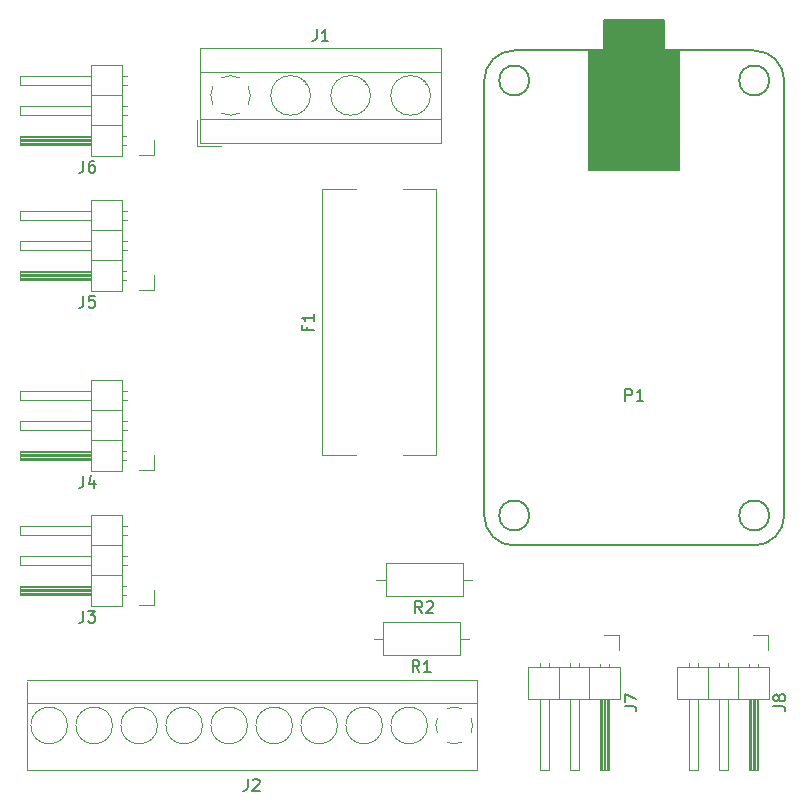
<source format=gbr>
G04 #@! TF.GenerationSoftware,KiCad,Pcbnew,(5.0.1)-4*
G04 #@! TF.CreationDate,2021-02-12T09:32:39+01:00*
G04 #@! TF.ProjectId,R_partiteur,52E97061727469746575722E6B696361,rev?*
G04 #@! TF.SameCoordinates,PX8e18f40PY848f8c0*
G04 #@! TF.FileFunction,Legend,Top*
G04 #@! TF.FilePolarity,Positive*
%FSLAX46Y46*%
G04 Gerber Fmt 4.6, Leading zero omitted, Abs format (unit mm)*
G04 Created by KiCad (PCBNEW (5.0.1)-4) date 12/02/2021 09:32:39*
%MOMM*%
%LPD*%
G01*
G04 APERTURE LIST*
%ADD10C,0.120000*%
%ADD11C,0.150000*%
G04 APERTURE END LIST*
D10*
G04 #@! TO.C,J8*
X64270000Y13270000D02*
X64270000Y12000000D01*
X63000000Y13270000D02*
X64270000Y13270000D01*
X57540000Y10957071D02*
X57540000Y10560000D01*
X58300000Y10957071D02*
X58300000Y10560000D01*
X57540000Y1900000D02*
X57540000Y7900000D01*
X58300000Y1900000D02*
X57540000Y1900000D01*
X58300000Y7900000D02*
X58300000Y1900000D01*
X59190000Y10560000D02*
X59190000Y7900000D01*
X60080000Y10957071D02*
X60080000Y10560000D01*
X60840000Y10957071D02*
X60840000Y10560000D01*
X60080000Y1900000D02*
X60080000Y7900000D01*
X60840000Y1900000D02*
X60080000Y1900000D01*
X60840000Y7900000D02*
X60840000Y1900000D01*
X61730000Y10560000D02*
X61730000Y7900000D01*
X62620000Y10890000D02*
X62620000Y10560000D01*
X63380000Y10890000D02*
X63380000Y10560000D01*
X62720000Y7900000D02*
X62720000Y1900000D01*
X62840000Y7900000D02*
X62840000Y1900000D01*
X62960000Y7900000D02*
X62960000Y1900000D01*
X63080000Y7900000D02*
X63080000Y1900000D01*
X63200000Y7900000D02*
X63200000Y1900000D01*
X63320000Y7900000D02*
X63320000Y1900000D01*
X62620000Y1900000D02*
X62620000Y7900000D01*
X63380000Y1900000D02*
X62620000Y1900000D01*
X63380000Y7900000D02*
X63380000Y1900000D01*
X64330000Y7900000D02*
X64330000Y10560000D01*
X56590000Y7900000D02*
X64330000Y7900000D01*
X56590000Y10560000D02*
X56590000Y7900000D01*
X64330000Y10560000D02*
X56590000Y10560000D01*
G04 #@! TO.C,J1*
X19548712Y57506648D02*
G75*
G02X18760000Y57310000I-788712J1483352D01*
G01*
X20243953Y59779088D02*
G75*
G02X20244000Y58201000I-1483953J-789088D01*
G01*
X17970912Y60473953D02*
G75*
G02X19549000Y60474000I789088J-1483953D01*
G01*
X17276047Y58200912D02*
G75*
G02X17276000Y59779000I1483953J789088D01*
G01*
X18789383Y57309550D02*
G75*
G02X17971000Y57506000I-29383J1680450D01*
G01*
X25520000Y58990000D02*
G75*
G03X25520000Y58990000I-1680000J0D01*
G01*
X30600000Y58990000D02*
G75*
G03X30600000Y58990000I-1680000J0D01*
G01*
X35680000Y58990000D02*
G75*
G03X35680000Y58990000I-1680000J0D01*
G01*
X16160000Y56990000D02*
X36600000Y56990000D01*
X16160000Y60990000D02*
X36600000Y60990000D01*
X16160000Y63050000D02*
X36600000Y63050000D01*
X16160000Y54930000D02*
X36600000Y54930000D01*
X16160000Y63050000D02*
X16160000Y54930000D01*
X36600000Y63050000D02*
X36600000Y54930000D01*
X25115000Y60059000D02*
X25021000Y59966000D01*
X22830000Y57774000D02*
X22771000Y57716000D01*
X24910000Y60265000D02*
X24851000Y60206000D01*
X22660000Y58014000D02*
X22566000Y57921000D01*
X30195000Y60059000D02*
X30101000Y59966000D01*
X27910000Y57774000D02*
X27851000Y57716000D01*
X29990000Y60265000D02*
X29931000Y60206000D01*
X27740000Y58014000D02*
X27646000Y57921000D01*
X35275000Y60059000D02*
X35181000Y59966000D01*
X32990000Y57774000D02*
X32931000Y57716000D01*
X35070000Y60265000D02*
X35011000Y60206000D01*
X32820000Y58014000D02*
X32726000Y57921000D01*
X15920000Y56930000D02*
X15920000Y54690000D01*
X15920000Y54690000D02*
X17920000Y54690000D01*
G04 #@! TO.C,J2*
X37082413Y7081385D02*
G75*
G02X37690000Y7205000I607587J-1431385D01*
G01*
X36257891Y5042258D02*
G75*
G02X36258000Y6258000I1432109J607742D01*
G01*
X38297742Y4217891D02*
G75*
G02X37082000Y4218000I-607742J1432109D01*
G01*
X39122109Y6257742D02*
G75*
G02X39122000Y5042000I-1432109J-607742D01*
G01*
X37662989Y7205492D02*
G75*
G02X38298000Y7082000I27011J-1555492D01*
G01*
X35435000Y5650000D02*
G75*
G03X35435000Y5650000I-1555000J0D01*
G01*
X31625000Y5650000D02*
G75*
G03X31625000Y5650000I-1555000J0D01*
G01*
X27815000Y5650000D02*
G75*
G03X27815000Y5650000I-1555000J0D01*
G01*
X24005000Y5650000D02*
G75*
G03X24005000Y5650000I-1555000J0D01*
G01*
X20195000Y5650000D02*
G75*
G03X20195000Y5650000I-1555000J0D01*
G01*
X16385000Y5650000D02*
G75*
G03X16385000Y5650000I-1555000J0D01*
G01*
X12575000Y5650000D02*
G75*
G03X12575000Y5650000I-1555000J0D01*
G01*
X8765000Y5650000D02*
G75*
G03X8765000Y5650000I-1555000J0D01*
G01*
X4955000Y5650000D02*
G75*
G03X4955000Y5650000I-1555000J0D01*
G01*
X39595000Y7555000D02*
X1495000Y7555000D01*
X39595000Y1840000D02*
X1495000Y1840000D01*
X39595000Y9460000D02*
X1495000Y9460000D01*
X39595000Y1840000D02*
X39595000Y9460000D01*
X1495000Y1840000D02*
X1495000Y9310000D01*
G04 #@! TO.C,J3*
X9580000Y15750000D02*
X9580000Y23490000D01*
X9580000Y23490000D02*
X6920000Y23490000D01*
X6920000Y23490000D02*
X6920000Y15750000D01*
X6920000Y15750000D02*
X9580000Y15750000D01*
X6920000Y16700000D02*
X920000Y16700000D01*
X920000Y16700000D02*
X920000Y17460000D01*
X920000Y17460000D02*
X6920000Y17460000D01*
X6920000Y16760000D02*
X920000Y16760000D01*
X6920000Y16880000D02*
X920000Y16880000D01*
X6920000Y17000000D02*
X920000Y17000000D01*
X6920000Y17120000D02*
X920000Y17120000D01*
X6920000Y17240000D02*
X920000Y17240000D01*
X6920000Y17360000D02*
X920000Y17360000D01*
X9910000Y16700000D02*
X9580000Y16700000D01*
X9910000Y17460000D02*
X9580000Y17460000D01*
X9580000Y18350000D02*
X6920000Y18350000D01*
X6920000Y19240000D02*
X920000Y19240000D01*
X920000Y19240000D02*
X920000Y20000000D01*
X920000Y20000000D02*
X6920000Y20000000D01*
X9977071Y19240000D02*
X9580000Y19240000D01*
X9977071Y20000000D02*
X9580000Y20000000D01*
X9580000Y20890000D02*
X6920000Y20890000D01*
X6920000Y21780000D02*
X920000Y21780000D01*
X920000Y21780000D02*
X920000Y22540000D01*
X920000Y22540000D02*
X6920000Y22540000D01*
X9977071Y21780000D02*
X9580000Y21780000D01*
X9977071Y22540000D02*
X9580000Y22540000D01*
X12290000Y17080000D02*
X12290000Y15810000D01*
X12290000Y15810000D02*
X11020000Y15810000D01*
G04 #@! TO.C,J4*
X12290000Y27240000D02*
X11020000Y27240000D01*
X12290000Y28510000D02*
X12290000Y27240000D01*
X9977071Y33970000D02*
X9580000Y33970000D01*
X9977071Y33210000D02*
X9580000Y33210000D01*
X920000Y33970000D02*
X6920000Y33970000D01*
X920000Y33210000D02*
X920000Y33970000D01*
X6920000Y33210000D02*
X920000Y33210000D01*
X9580000Y32320000D02*
X6920000Y32320000D01*
X9977071Y31430000D02*
X9580000Y31430000D01*
X9977071Y30670000D02*
X9580000Y30670000D01*
X920000Y31430000D02*
X6920000Y31430000D01*
X920000Y30670000D02*
X920000Y31430000D01*
X6920000Y30670000D02*
X920000Y30670000D01*
X9580000Y29780000D02*
X6920000Y29780000D01*
X9910000Y28890000D02*
X9580000Y28890000D01*
X9910000Y28130000D02*
X9580000Y28130000D01*
X6920000Y28790000D02*
X920000Y28790000D01*
X6920000Y28670000D02*
X920000Y28670000D01*
X6920000Y28550000D02*
X920000Y28550000D01*
X6920000Y28430000D02*
X920000Y28430000D01*
X6920000Y28310000D02*
X920000Y28310000D01*
X6920000Y28190000D02*
X920000Y28190000D01*
X920000Y28890000D02*
X6920000Y28890000D01*
X920000Y28130000D02*
X920000Y28890000D01*
X6920000Y28130000D02*
X920000Y28130000D01*
X6920000Y27180000D02*
X9580000Y27180000D01*
X6920000Y34920000D02*
X6920000Y27180000D01*
X9580000Y34920000D02*
X6920000Y34920000D01*
X9580000Y27180000D02*
X9580000Y34920000D01*
G04 #@! TO.C,J5*
X9580000Y42420000D02*
X9580000Y50160000D01*
X9580000Y50160000D02*
X6920000Y50160000D01*
X6920000Y50160000D02*
X6920000Y42420000D01*
X6920000Y42420000D02*
X9580000Y42420000D01*
X6920000Y43370000D02*
X920000Y43370000D01*
X920000Y43370000D02*
X920000Y44130000D01*
X920000Y44130000D02*
X6920000Y44130000D01*
X6920000Y43430000D02*
X920000Y43430000D01*
X6920000Y43550000D02*
X920000Y43550000D01*
X6920000Y43670000D02*
X920000Y43670000D01*
X6920000Y43790000D02*
X920000Y43790000D01*
X6920000Y43910000D02*
X920000Y43910000D01*
X6920000Y44030000D02*
X920000Y44030000D01*
X9910000Y43370000D02*
X9580000Y43370000D01*
X9910000Y44130000D02*
X9580000Y44130000D01*
X9580000Y45020000D02*
X6920000Y45020000D01*
X6920000Y45910000D02*
X920000Y45910000D01*
X920000Y45910000D02*
X920000Y46670000D01*
X920000Y46670000D02*
X6920000Y46670000D01*
X9977071Y45910000D02*
X9580000Y45910000D01*
X9977071Y46670000D02*
X9580000Y46670000D01*
X9580000Y47560000D02*
X6920000Y47560000D01*
X6920000Y48450000D02*
X920000Y48450000D01*
X920000Y48450000D02*
X920000Y49210000D01*
X920000Y49210000D02*
X6920000Y49210000D01*
X9977071Y48450000D02*
X9580000Y48450000D01*
X9977071Y49210000D02*
X9580000Y49210000D01*
X12290000Y43750000D02*
X12290000Y42480000D01*
X12290000Y42480000D02*
X11020000Y42480000D01*
G04 #@! TO.C,J6*
X12290000Y53910000D02*
X11020000Y53910000D01*
X12290000Y55180000D02*
X12290000Y53910000D01*
X9977071Y60640000D02*
X9580000Y60640000D01*
X9977071Y59880000D02*
X9580000Y59880000D01*
X920000Y60640000D02*
X6920000Y60640000D01*
X920000Y59880000D02*
X920000Y60640000D01*
X6920000Y59880000D02*
X920000Y59880000D01*
X9580000Y58990000D02*
X6920000Y58990000D01*
X9977071Y58100000D02*
X9580000Y58100000D01*
X9977071Y57340000D02*
X9580000Y57340000D01*
X920000Y58100000D02*
X6920000Y58100000D01*
X920000Y57340000D02*
X920000Y58100000D01*
X6920000Y57340000D02*
X920000Y57340000D01*
X9580000Y56450000D02*
X6920000Y56450000D01*
X9910000Y55560000D02*
X9580000Y55560000D01*
X9910000Y54800000D02*
X9580000Y54800000D01*
X6920000Y55460000D02*
X920000Y55460000D01*
X6920000Y55340000D02*
X920000Y55340000D01*
X6920000Y55220000D02*
X920000Y55220000D01*
X6920000Y55100000D02*
X920000Y55100000D01*
X6920000Y54980000D02*
X920000Y54980000D01*
X6920000Y54860000D02*
X920000Y54860000D01*
X920000Y55560000D02*
X6920000Y55560000D01*
X920000Y54800000D02*
X920000Y55560000D01*
X6920000Y54800000D02*
X920000Y54800000D01*
X6920000Y53850000D02*
X9580000Y53850000D01*
X6920000Y61590000D02*
X6920000Y53850000D01*
X9580000Y61590000D02*
X6920000Y61590000D01*
X9580000Y53850000D02*
X9580000Y61590000D01*
G04 #@! TO.C,J7*
X51720000Y10560000D02*
X43980000Y10560000D01*
X43980000Y10560000D02*
X43980000Y7900000D01*
X43980000Y7900000D02*
X51720000Y7900000D01*
X51720000Y7900000D02*
X51720000Y10560000D01*
X50770000Y7900000D02*
X50770000Y1900000D01*
X50770000Y1900000D02*
X50010000Y1900000D01*
X50010000Y1900000D02*
X50010000Y7900000D01*
X50710000Y7900000D02*
X50710000Y1900000D01*
X50590000Y7900000D02*
X50590000Y1900000D01*
X50470000Y7900000D02*
X50470000Y1900000D01*
X50350000Y7900000D02*
X50350000Y1900000D01*
X50230000Y7900000D02*
X50230000Y1900000D01*
X50110000Y7900000D02*
X50110000Y1900000D01*
X50770000Y10890000D02*
X50770000Y10560000D01*
X50010000Y10890000D02*
X50010000Y10560000D01*
X49120000Y10560000D02*
X49120000Y7900000D01*
X48230000Y7900000D02*
X48230000Y1900000D01*
X48230000Y1900000D02*
X47470000Y1900000D01*
X47470000Y1900000D02*
X47470000Y7900000D01*
X48230000Y10957071D02*
X48230000Y10560000D01*
X47470000Y10957071D02*
X47470000Y10560000D01*
X46580000Y10560000D02*
X46580000Y7900000D01*
X45690000Y7900000D02*
X45690000Y1900000D01*
X45690000Y1900000D02*
X44930000Y1900000D01*
X44930000Y1900000D02*
X44930000Y7900000D01*
X45690000Y10957071D02*
X45690000Y10560000D01*
X44930000Y10957071D02*
X44930000Y10560000D01*
X50390000Y13270000D02*
X51660000Y13270000D01*
X51660000Y13270000D02*
X51660000Y12000000D01*
D11*
G04 #@! TO.C,P1*
G36*
X50390000Y62800000D02*
X50390000Y65340000D01*
X55470000Y65340000D01*
X55470000Y62800000D01*
X50390000Y62800000D01*
G37*
X50390000Y62800000D02*
X50390000Y65340000D01*
X55470000Y65340000D01*
X55470000Y62800000D01*
X50390000Y62800000D01*
G36*
X49120000Y62800000D02*
X56740000Y62800000D01*
X56740000Y52640000D01*
X49120000Y52640000D01*
X49120000Y62800000D01*
G37*
X49120000Y62800000D02*
X56740000Y62800000D01*
X56740000Y52640000D01*
X49120000Y52640000D01*
X49120000Y62800000D01*
X64360000Y23430000D02*
G75*
G03X64360000Y23430000I-1270000J0D01*
G01*
X44040000Y23430000D02*
G75*
G03X44040000Y23430000I-1270000J0D01*
G01*
X64360000Y60260000D02*
G75*
G03X64360000Y60260000I-1270000J0D01*
G01*
X44040000Y60260000D02*
G75*
G03X44040000Y60260000I-1270000J0D01*
G01*
X63090000Y62800000D02*
X42770000Y62800000D01*
X63090000Y62800000D02*
G75*
G02X65630000Y60260000I0J-2540000D01*
G01*
X40230000Y60260000D02*
G75*
G02X42770000Y62800000I2540000J0D01*
G01*
X65630000Y60260000D02*
X65630000Y23430000D01*
X40230000Y23430000D02*
X40230000Y60260000D01*
X65630000Y23430000D02*
G75*
G02X63090000Y20890000I-2540000J0D01*
G01*
X42770000Y20890000D02*
G75*
G02X40230000Y23430000I0J2540000D01*
G01*
X63090000Y20890000D02*
X42770000Y20890000D01*
D10*
G04 #@! TO.C,F1*
X36140000Y51110000D02*
X33340000Y51110000D01*
X29340000Y51110000D02*
X26540000Y51110000D01*
X29340000Y28510000D02*
X26540000Y28510000D01*
X26540000Y28510000D02*
X26540000Y51110000D01*
X36140000Y28510000D02*
X36140000Y51110000D01*
X36140000Y28510000D02*
X33340000Y28510000D01*
G04 #@! TO.C,R1*
X38190000Y11630000D02*
X38190000Y14370000D01*
X38190000Y14370000D02*
X31650000Y14370000D01*
X31650000Y14370000D02*
X31650000Y11630000D01*
X31650000Y11630000D02*
X38190000Y11630000D01*
X38960000Y13000000D02*
X38190000Y13000000D01*
X30880000Y13000000D02*
X31650000Y13000000D01*
G04 #@! TO.C,R2*
X31110000Y18000000D02*
X31880000Y18000000D01*
X39190000Y18000000D02*
X38420000Y18000000D01*
X31880000Y16630000D02*
X38420000Y16630000D01*
X31880000Y19370000D02*
X31880000Y16630000D01*
X38420000Y19370000D02*
X31880000Y19370000D01*
X38420000Y16630000D02*
X38420000Y19370000D01*
G04 #@! TO.C,J8*
D11*
X64722380Y7281667D02*
X65436666Y7281667D01*
X65579523Y7234048D01*
X65674761Y7138810D01*
X65722380Y6995953D01*
X65722380Y6900715D01*
X65150952Y7900715D02*
X65103333Y7805477D01*
X65055714Y7757858D01*
X64960476Y7710239D01*
X64912857Y7710239D01*
X64817619Y7757858D01*
X64770000Y7805477D01*
X64722380Y7900715D01*
X64722380Y8091191D01*
X64770000Y8186429D01*
X64817619Y8234048D01*
X64912857Y8281667D01*
X64960476Y8281667D01*
X65055714Y8234048D01*
X65103333Y8186429D01*
X65150952Y8091191D01*
X65150952Y7900715D01*
X65198571Y7805477D01*
X65246190Y7757858D01*
X65341428Y7710239D01*
X65531904Y7710239D01*
X65627142Y7757858D01*
X65674761Y7805477D01*
X65722380Y7900715D01*
X65722380Y8091191D01*
X65674761Y8186429D01*
X65627142Y8234048D01*
X65531904Y8281667D01*
X65341428Y8281667D01*
X65246190Y8234048D01*
X65198571Y8186429D01*
X65150952Y8091191D01*
G04 #@! TO.C,J1*
X26046666Y64597620D02*
X26046666Y63883334D01*
X25999047Y63740477D01*
X25903809Y63645239D01*
X25760952Y63597620D01*
X25665714Y63597620D01*
X27046666Y63597620D02*
X26475238Y63597620D01*
X26760952Y63597620D02*
X26760952Y64597620D01*
X26665714Y64454762D01*
X26570476Y64359524D01*
X26475238Y64311905D01*
G04 #@! TO.C,J2*
X20211666Y1117620D02*
X20211666Y403334D01*
X20164047Y260477D01*
X20068809Y165239D01*
X19925952Y117620D01*
X19830714Y117620D01*
X20640238Y1022381D02*
X20687857Y1070000D01*
X20783095Y1117620D01*
X21021190Y1117620D01*
X21116428Y1070000D01*
X21164047Y1022381D01*
X21211666Y927143D01*
X21211666Y831905D01*
X21164047Y689048D01*
X20592619Y117620D01*
X21211666Y117620D01*
G04 #@! TO.C,J3*
X6301666Y15357620D02*
X6301666Y14643334D01*
X6254047Y14500477D01*
X6158809Y14405239D01*
X6015952Y14357620D01*
X5920714Y14357620D01*
X6682619Y15357620D02*
X7301666Y15357620D01*
X6968333Y14976667D01*
X7111190Y14976667D01*
X7206428Y14929048D01*
X7254047Y14881429D01*
X7301666Y14786191D01*
X7301666Y14548096D01*
X7254047Y14452858D01*
X7206428Y14405239D01*
X7111190Y14357620D01*
X6825476Y14357620D01*
X6730238Y14405239D01*
X6682619Y14452858D01*
G04 #@! TO.C,J4*
X6301666Y26787620D02*
X6301666Y26073334D01*
X6254047Y25930477D01*
X6158809Y25835239D01*
X6015952Y25787620D01*
X5920714Y25787620D01*
X7206428Y26454286D02*
X7206428Y25787620D01*
X6968333Y26835239D02*
X6730238Y26120953D01*
X7349285Y26120953D01*
G04 #@! TO.C,J5*
X6301666Y42027620D02*
X6301666Y41313334D01*
X6254047Y41170477D01*
X6158809Y41075239D01*
X6015952Y41027620D01*
X5920714Y41027620D01*
X7254047Y42027620D02*
X6777857Y42027620D01*
X6730238Y41551429D01*
X6777857Y41599048D01*
X6873095Y41646667D01*
X7111190Y41646667D01*
X7206428Y41599048D01*
X7254047Y41551429D01*
X7301666Y41456191D01*
X7301666Y41218096D01*
X7254047Y41122858D01*
X7206428Y41075239D01*
X7111190Y41027620D01*
X6873095Y41027620D01*
X6777857Y41075239D01*
X6730238Y41122858D01*
G04 #@! TO.C,J6*
X6301666Y53457620D02*
X6301666Y52743334D01*
X6254047Y52600477D01*
X6158809Y52505239D01*
X6015952Y52457620D01*
X5920714Y52457620D01*
X7206428Y53457620D02*
X7015952Y53457620D01*
X6920714Y53410000D01*
X6873095Y53362381D01*
X6777857Y53219524D01*
X6730238Y53029048D01*
X6730238Y52648096D01*
X6777857Y52552858D01*
X6825476Y52505239D01*
X6920714Y52457620D01*
X7111190Y52457620D01*
X7206428Y52505239D01*
X7254047Y52552858D01*
X7301666Y52648096D01*
X7301666Y52886191D01*
X7254047Y52981429D01*
X7206428Y53029048D01*
X7111190Y53076667D01*
X6920714Y53076667D01*
X6825476Y53029048D01*
X6777857Y52981429D01*
X6730238Y52886191D01*
G04 #@! TO.C,J7*
X52112380Y7281667D02*
X52826666Y7281667D01*
X52969523Y7234048D01*
X53064761Y7138810D01*
X53112380Y6995953D01*
X53112380Y6900715D01*
X52112380Y7662620D02*
X52112380Y8329286D01*
X53112380Y7900715D01*
G04 #@! TO.C,P1*
X52191904Y33137620D02*
X52191904Y34137620D01*
X52572857Y34137620D01*
X52668095Y34090000D01*
X52715714Y34042381D01*
X52763333Y33947143D01*
X52763333Y33804286D01*
X52715714Y33709048D01*
X52668095Y33661429D01*
X52572857Y33613810D01*
X52191904Y33613810D01*
X53715714Y33137620D02*
X53144285Y33137620D01*
X53430000Y33137620D02*
X53430000Y34137620D01*
X53334761Y33994762D01*
X53239523Y33899524D01*
X53144285Y33851905D01*
G04 #@! TO.C,F1*
X25268571Y39426667D02*
X25268571Y39093334D01*
X25792380Y39093334D02*
X24792380Y39093334D01*
X24792380Y39569524D01*
X25792380Y40474286D02*
X25792380Y39902858D01*
X25792380Y40188572D02*
X24792380Y40188572D01*
X24935238Y40093334D01*
X25030476Y39998096D01*
X25078095Y39902858D01*
G04 #@! TO.C,R1*
X34753333Y10177620D02*
X34420000Y10653810D01*
X34181904Y10177620D02*
X34181904Y11177620D01*
X34562857Y11177620D01*
X34658095Y11130000D01*
X34705714Y11082381D01*
X34753333Y10987143D01*
X34753333Y10844286D01*
X34705714Y10749048D01*
X34658095Y10701429D01*
X34562857Y10653810D01*
X34181904Y10653810D01*
X35705714Y10177620D02*
X35134285Y10177620D01*
X35420000Y10177620D02*
X35420000Y11177620D01*
X35324761Y11034762D01*
X35229523Y10939524D01*
X35134285Y10891905D01*
G04 #@! TO.C,R2*
X34983333Y15177620D02*
X34650000Y15653810D01*
X34411904Y15177620D02*
X34411904Y16177620D01*
X34792857Y16177620D01*
X34888095Y16130000D01*
X34935714Y16082381D01*
X34983333Y15987143D01*
X34983333Y15844286D01*
X34935714Y15749048D01*
X34888095Y15701429D01*
X34792857Y15653810D01*
X34411904Y15653810D01*
X35364285Y16082381D02*
X35411904Y16130000D01*
X35507142Y16177620D01*
X35745238Y16177620D01*
X35840476Y16130000D01*
X35888095Y16082381D01*
X35935714Y15987143D01*
X35935714Y15891905D01*
X35888095Y15749048D01*
X35316666Y15177620D01*
X35935714Y15177620D01*
G04 #@! TD*
M02*

</source>
